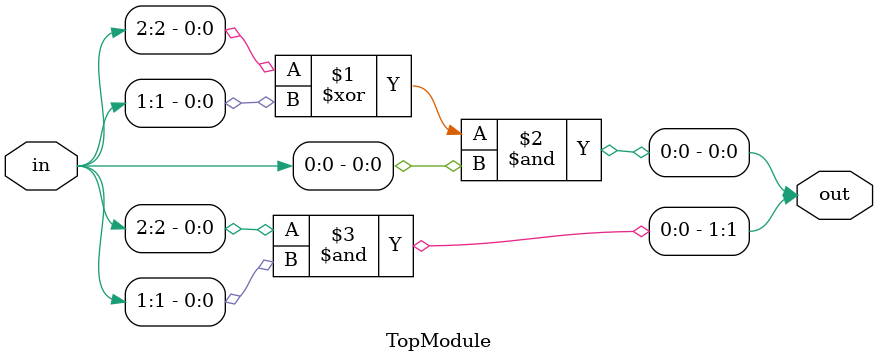
<source format=sv>

module TopModule(
    input [2:0] in,
    output [1:0] out
);

assign out = {in[2] & in[1], (in[2] ^ in[1]) & in[0]};

endmodule
</source>
